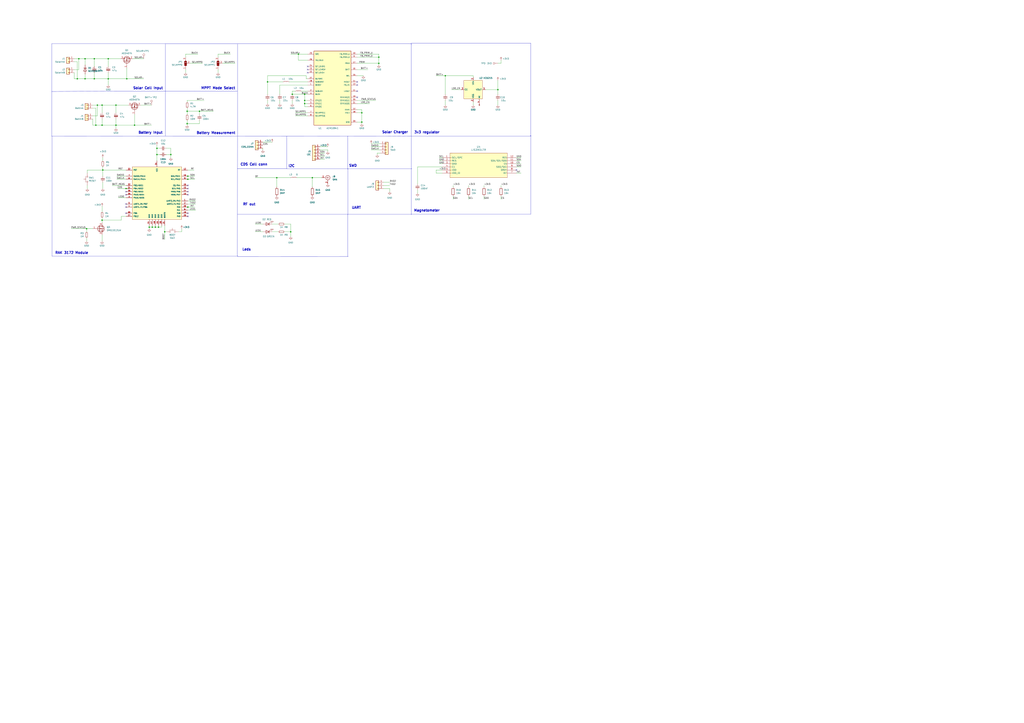
<source format=kicad_sch>
(kicad_sch (version 20231120) (generator "eeschema") (generator_version "8.0")
  (paper "A1")
  (junction (at 238.76 190.5))
  (junction (at 104.14 64.77))
  (junction (at 154.305 144.78))
  (junction (at 250.19 82.55))
  (junction (at 311.15 52.07))
  (junction (at 311.15 46.99))
  (junction (at 127.635 186.69))
  (junction (at 153.67 101.6))
  (junction (at 227.33 146.05))
  (junction (at 88.9 48.26))
  (junction (at 256.54 146.05))
  (junction (at 128.905 121.92))
  (junction (at 135.255 190.5))
  (junction (at 88.9 64.77))
  (junction (at 95.25 102.87))
  (junction (at 408.94 73.66))
  (junction (at 154.305 170.18))
  (junction (at 297.18 92.71))
  (junction (at 63.5 64.77))
  (junction (at 64.77 48.26))
  (junction (at 110.49 102.87))
  (junction (at 71.12 187.96))
  (junction (at 69.85 64.77))
  (junction (at 250.19 85.09))
  (junction (at 84.455 139.7))
  (junction (at 78.74 102.87))
  (junction (at 153.67 91.44))
  (junction (at 219.71 67.31))
  (junction (at 69.85 48.26))
  (junction (at 80.01 86.36))
  (junction (at 297.18 100.33))
  (junction (at 95.25 86.36))
  (junction (at 125.095 186.69))
  (junction (at 240.03 77.47))
  (junction (at 122.555 186.69))
  (junction (at 130.175 186.69))
  (junction (at 83.82 180.975))
  (junction (at 77.47 48.26))
  (junction (at 163.83 91.44))
  (junction (at 140.335 127))
  (junction (at 245.11 44.45))
  (junction (at 250.19 77.47))
  (junction (at 103.505 154.94))
  (junction (at 83.82 102.87))
  (junction (at 154.305 147.32))
  (junction (at 83.82 86.36))
  (junction (at 365.76 62.23))
  (junction (at 128.905 127))
  (junction (at 77.47 64.77))
  (no_connect (at 103.505 157.48))
  (no_connect (at 293.37 74.93))
  (no_connect (at 154.305 154.94))
  (no_connect (at 154.305 152.4))
  (no_connect (at 103.505 175.26))
  (no_connect (at 103.505 160.02))
  (no_connect (at 103.505 170.18))
  (no_connect (at 252.73 59.69))
  (no_connect (at 154.305 157.48))
  (no_connect (at 154.305 175.26))
  (no_connect (at 293.37 80.01))
  (no_connect (at 424.18 139.7))
  (no_connect (at 293.37 67.31))
  (no_connect (at 154.305 160.02))
  (no_connect (at 252.73 57.15))
  (no_connect (at 293.37 69.85))
  (no_connect (at 252.73 54.61))
  (no_connect (at 103.505 167.64))
  (no_connect (at 154.305 177.8))
  (wire (pts (xy 71.755 152.4) (xy 71.755 154.94)))
  (wire (pts (xy 250.19 85.09) (xy 250.19 82.55)))
  (wire (pts (xy 153.67 91.44) (xy 163.83 91.44)))
  (wire (pts (xy 110.49 102.87) (xy 124.46 102.87)))
  (wire (pts (xy 128.905 127) (xy 128.905 132.08)))
  (polyline (pts (xy 194.9704 176.149) (xy 338.0486 176.149)))
  (wire (pts (xy 132.715 186.69) (xy 130.175 186.69)))
  (wire (pts (xy 162.56 44.45) (xy 152.4 44.45)))
  (wire (pts (xy 311.15 44.45) (xy 311.15 46.99)))
  (wire (pts (xy 262.89 120.65) (xy 269.24 120.65)))
  (wire (pts (xy 293.37 44.45) (xy 311.15 44.45)))
  (wire (pts (xy 95.25 102.87) (xy 95.25 105.41)))
  (wire (pts (xy 60.96 48.26) (xy 64.77 48.26)))
  (polyline (pts (xy 42.7228 210.6168) (xy 195.0466 210.6168)))
  (wire (pts (xy 384.81 161.29) (xy 384.81 163.83)))
  (wire (pts (xy 104.14 64.77) (xy 118.11 64.77)))
  (wire (pts (xy 233.68 190.5) (xy 238.76 190.5)))
  (wire (pts (xy 84.455 149.86) (xy 84.455 154.94)))
  (polyline (pts (xy 42.6466 35.7632) (xy 42.6466 112.0394)))
  (wire (pts (xy 71.12 187.96) (xy 76.2 187.96)))
  (wire (pts (xy 76.2 95.25) (xy 80.01 95.25)))
  (wire (pts (xy 115.57 86.36) (xy 124.46 86.36)))
  (wire (pts (xy 88.9 48.26) (xy 88.9 54.61)))
  (wire (pts (xy 229.87 69.85) (xy 229.87 77.47)))
  (wire (pts (xy 76.2 102.87) (xy 78.74 102.87)))
  (wire (pts (xy 71.12 195.58) (xy 71.12 198.12)))
  (wire (pts (xy 365.76 82.55) (xy 365.76 86.36)))
  (wire (pts (xy 125.095 186.69) (xy 122.555 186.69)))
  (wire (pts (xy 92.075 152.4) (xy 103.505 152.4)))
  (wire (pts (xy 363.22 139.7) (xy 358.14 139.7)))
  (wire (pts (xy 411.48 52.07) (xy 411.48 49.53)))
  (wire (pts (xy 163.83 101.6) (xy 153.67 101.6)))
  (wire (pts (xy 83.82 169.545) (xy 83.82 173.99)))
  (wire (pts (xy 252.73 49.53) (xy 245.11 49.53)))
  (polyline (pts (xy 436.0164 35.6362) (xy 436.0164 111.5822)))
  (wire (pts (xy 252.73 64.77) (xy 251.46 64.77)))
  (wire (pts (xy 84.455 139.7) (xy 84.455 144.78)))
  (wire (pts (xy 256.54 146.05) (xy 256.54 153.67)))
  (wire (pts (xy 76.2 86.36) (xy 80.01 86.36)))
  (wire (pts (xy 83.82 102.87) (xy 95.25 102.87)))
  (wire (pts (xy 293.37 100.33) (xy 297.18 100.33)))
  (wire (pts (xy 365.76 62.23) (xy 388.62 62.23)))
  (polyline (pts (xy 42.418 112.014) (xy 317.5 111.76)))
  (wire (pts (xy 372.11 152.4) (xy 372.11 153.67)))
  (wire (pts (xy 238.76 44.45) (xy 245.11 44.45)))
  (wire (pts (xy 153.67 144.78) (xy 154.305 144.78)))
  (wire (pts (xy 424.18 142.24) (xy 427.99 142.24)))
  (wire (pts (xy 71.12 187.96) (xy 71.12 190.5)))
  (wire (pts (xy 136.525 127) (xy 140.335 127)))
  (wire (pts (xy 88.9 64.77) (xy 104.14 64.77)))
  (wire (pts (xy 262.89 125.73) (xy 266.7 125.73)))
  (wire (pts (xy 63.5 50.8) (xy 63.5 64.77)))
  (wire (pts (xy 76.2 88.9) (xy 78.74 88.9)))
  (wire (pts (xy 227.33 146.05) (xy 238.76 146.05)))
  (wire (pts (xy 99.695 177.8) (xy 103.505 177.8)))
  (wire (pts (xy 238.76 190.5) (xy 238.76 194.31)))
  (wire (pts (xy 219.71 67.31) (xy 219.71 77.47)))
  (wire (pts (xy 64.77 57.15) (xy 64.77 48.26)))
  (polyline (pts (xy 338.2264 138.557) (xy 338.2264 138.7602)))
  (polyline (pts (xy 436.0418 111.6584) (xy 436.2196 111.6584)))
  (wire (pts (xy 58.42 187.96) (xy 71.12 187.96)))
  (wire (pts (xy 408.94 82.55) (xy 408.94 86.36)))
  (wire (pts (xy 411.48 152.4) (xy 411.48 153.67)))
  (wire (pts (xy 95.25 97.79) (xy 95.25 102.87)))
  (polyline (pts (xy 135.6614 35.8902) (xy 195.1736 35.8902)))
  (wire (pts (xy 229.87 82.55) (xy 229.87 85.09)))
  (wire (pts (xy 127.635 186.69) (xy 125.095 186.69)))
  (wire (pts (xy 358.14 142.24) (xy 363.22 142.24)))
  (wire (pts (xy 227.33 146.05) (xy 227.33 153.67)))
  (wire (pts (xy 153.67 101.6) (xy 153.67 102.87)))
  (wire (pts (xy 189.23 44.45) (xy 179.07 44.45)))
  (wire (pts (xy 96.52 154.94) (xy 103.505 154.94)))
  (wire (pts (xy 122.555 186.69) (xy 122.555 187.96)))
  (wire (pts (xy 372.11 161.29) (xy 372.11 163.83)))
  (polyline (pts (xy 285.6484 138.7602) (xy 338.2264 138.7602)))
  (polyline (pts (xy 337.8962 35.7886) (xy 337.8962 36.8554)))
  (wire (pts (xy 219.71 62.23) (xy 219.71 67.31)))
  (wire (pts (xy 77.47 64.77) (xy 88.9 64.77)))
  (wire (pts (xy 243.84 146.05) (xy 256.54 146.05)))
  (wire (pts (xy 83.82 180.975) (xy 99.695 180.975)))
  (wire (pts (xy 163.83 99.06) (xy 163.83 101.6)))
  (wire (pts (xy 152.4 57.15) (xy 152.4 59.69)))
  (wire (pts (xy 252.73 85.09) (xy 250.19 85.09)))
  (wire (pts (xy 360.68 134.62) (xy 363.22 134.62)))
  (wire (pts (xy 95.885 144.78) (xy 103.505 144.78)))
  (wire (pts (xy 424.18 132.08) (xy 427.99 132.08)))
  (wire (pts (xy 71.755 142.24) (xy 71.755 139.7)))
  (wire (pts (xy 312.42 125.73) (xy 309.88 125.73)))
  (wire (pts (xy 153.67 91.44) (xy 153.67 88.9)))
  (wire (pts (xy 135.255 185.42) (xy 135.255 190.5)))
  (wire (pts (xy 135.255 190.5) (xy 135.255 196.85)))
  (polyline (pts (xy 285.4452 111.9378) (xy 285.6484 111.9378)))
  (wire (pts (xy 69.85 60.96) (xy 69.85 64.77)))
  (polyline (pts (xy 337.82 36.322) (xy 337.82 111.76)))
  (polyline (pts (xy 195.072 36.322) (xy 195.072 111.76)))
  (polyline (pts (xy 135.89 36.322) (xy 135.89 74.93)))
  (polyline (pts (xy 285.7754 138.684) (xy 285.7754 176.2252)))
  (wire (pts (xy 83.82 86.36) (xy 95.25 86.36)))
  (wire (pts (xy 69.85 64.77) (xy 77.47 64.77)))
  (wire (pts (xy 154.305 170.18) (xy 160.02 170.18)))
  (polyline (pts (xy 436.0418 175.9966) (xy 436.0418 111.6584)))
  (wire (pts (xy 83.82 97.79) (xy 83.82 102.87)))
  (wire (pts (xy 269.24 123.19) (xy 269.24 124.46)))
  (polyline (pts (xy 285.6484 138.7856) (xy 285.6484 138.7602)))
  (wire (pts (xy 297.18 90.17) (xy 297.18 92.71)))
  (wire (pts (xy 309.88 125.73) (xy 309.88 127)))
  (wire (pts (xy 154.305 167.64) (xy 160.655 167.64)))
  (wire (pts (xy 84.455 129.54) (xy 84.455 132.08)))
  (wire (pts (xy 365.76 62.23) (xy 365.76 77.47)))
  (polyline (pts (xy 337.9216 112.014) (xy 436.1434 112.014)))
  (wire (pts (xy 360.68 129.54) (xy 363.22 129.54)))
  (wire (pts (xy 104.14 55.88) (xy 104.14 64.77)))
  (wire (pts (xy 227.33 146.05) (xy 209.55 146.05)))
  (wire (pts (xy 342.9 156.21) (xy 342.9 158.75)))
  (wire (pts (xy 262.89 128.27) (xy 266.7 128.27)))
  (polyline (pts (xy 42.6466 35.7632) (xy 135.7884 35.7632)))
  (wire (pts (xy 109.22 48.26) (xy 118.11 48.26)))
  (polyline (pts (xy 195.199 210.7692) (xy 285.9024 210.7184)))
  (polyline (pts (xy 95.25 74.93) (xy 160.02 74.93)))
  (wire (pts (xy 215.9 116.84) (xy 223.52 116.84)))
  (wire (pts (xy 83.82 180.975) (xy 83.82 182.88)))
  (wire (pts (xy 154.305 147.32) (xy 160.02 147.32)))
  (wire (pts (xy 238.76 184.15) (xy 238.76 190.5)))
  (polyline (pts (xy 235.5596 111.8616) (xy 235.5596 138.7094)))
  (wire (pts (xy 223.52 184.15) (xy 228.6 184.15)))
  (wire (pts (xy 215.9 121.92) (xy 215.9 123.19)))
  (wire (pts (xy 84.455 139.7) (xy 103.505 139.7)))
  (wire (pts (xy 293.37 82.55) (xy 308.61 82.55)))
  (wire (pts (xy 297.18 92.71) (xy 297.18 100.33)))
  (wire (pts (xy 77.47 59.69) (xy 77.47 64.77)))
  (wire (pts (xy 154.305 139.7) (xy 159.385 139.7)))
  (wire (pts (xy 153.67 99.06) (xy 153.67 101.6)))
  (wire (pts (xy 424.18 137.16) (xy 427.99 137.16)))
  (wire (pts (xy 388.62 83.82) (xy 388.62 86.36)))
  (wire (pts (xy 77.47 48.26) (xy 77.47 54.61)))
  (wire (pts (xy 311.15 46.99) (xy 311.15 52.07)))
  (wire (pts (xy 304.8 120.65) (xy 312.42 120.65)))
  (wire (pts (xy 242.57 74.93) (xy 240.03 74.93)))
  (polyline (pts (xy 160.02 74.93) (xy 194.945 74.93)))
  (polyline (pts (xy 285.6484 138.5824) (xy 285.6484 111.9378)))
  (polyline (pts (xy 235.5342 138.7602) (xy 285.75 138.7602)))
  (wire (pts (xy 78.74 88.9) (xy 78.74 102.87)))
  (wire (pts (xy 250.19 87.63) (xy 250.19 85.09)))
  (wire (pts (xy 130.175 186.69) (xy 127.635 186.69)))
  (wire (pts (xy 135.255 190.5) (xy 136.525 190.5)))
  (wire (pts (xy 80.01 95.25) (xy 80.01 86.36)))
  (wire (pts (xy 103.505 154.94) (xy 106.68 154.94)))
  (polyline (pts (xy 195.199 210.1342) (xy 195.199 210.7692)))
  (wire (pts (xy 245.11 44.45) (xy 245.11 49.53)))
  (wire (pts (xy 250.19 77.47) (xy 252.73 77.47)))
  (wire (pts (xy 103.505 162.56) (xy 97.155 162.56)))
  (wire (pts (xy 83.82 86.36) (xy 83.82 92.71)))
  (wire (pts (xy 95.25 102.87) (xy 110.49 102.87)))
  (wire (pts (xy 397.51 152.4) (xy 397.51 153.67)))
  (wire (pts (xy 140.335 121.92) (xy 140.335 127)))
  (wire (pts (xy 233.68 184.15) (xy 238.76 184.15)))
  (wire (pts (xy 95.25 86.36) (xy 95.25 92.71)))
  (wire (pts (xy 128.905 127) (xy 131.445 127)))
  (wire (pts (xy 179.07 44.45) (xy 179.07 46.99)))
  (polyline (pts (xy 337.4898 35.6362) (xy 436.0164 35.6362)))
  (wire (pts (xy 88.9 64.77) (xy 88.9 69.85)))
  (wire (pts (xy 398.78 73.66) (xy 408.94 73.66)))
  (wire (pts (xy 78.74 102.87) (xy 83.82 102.87)))
  (wire (pts (xy 293.37 62.23) (xy 298.45 62.23)))
  (wire (pts (xy 140.335 127) (xy 140.335 129.54)))
  (wire (pts (xy 252.73 82.55) (xy 250.19 82.55)))
  (wire (pts (xy 314.96 149.86) (xy 320.04 149.86)))
  (wire (pts (xy 69.85 48.26) (xy 77.47 48.26)))
  (polyline (pts (xy 195.072 112.014) (xy 194.9958 210.566)))
  (wire (pts (xy 209.55 184.15) (xy 215.9 184.15)))
  (polyline (pts (xy 285.6484 138.7856) (xy 285.6484 138.5824)))
  (wire (pts (xy 153.67 170.18) (xy 154.305 170.18)))
  (wire (pts (xy 153.67 147.32) (xy 154.305 147.32)))
  (wire (pts (xy 127.635 185.42) (xy 127.635 186.69)))
  (wire (pts (xy 342.9 137.16) (xy 342.9 151.13)))
  (wire (pts (xy 264.16 146.05) (xy 256.54 146.05)))
  (wire (pts (xy 128.905 121.92) (xy 131.445 121.92)))
  (polyline (pts (xy 194.8942 138.7094) (xy 235.5596 138.7094)))
  (wire (pts (xy 63.5 64.77) (xy 69.85 64.77)))
  (wire (pts (xy 312.42 118.11) (xy 304.8 118.11)))
  (wire (pts (xy 95.25 86.36) (xy 105.41 86.36)))
  (polyline (pts (xy 195.1228 35.7886) (xy 337.8962 35.7886)))
  (wire (pts (xy 60.96 57.15) (xy 64.77 57.15)))
  (wire (pts (xy 293.37 90.17) (xy 297.18 90.17)))
  (wire (pts (xy 154.305 144.78) (xy 160.02 144.78)))
  (wire (pts (xy 424.18 129.54) (xy 427.99 129.54)))
  (wire (pts (xy 130.175 185.42) (xy 130.175 186.69)))
  (wire (pts (xy 247.65 74.93) (xy 252.73 74.93)))
  (wire (pts (xy 99.695 180.975) (xy 99.695 177.8)))
  (wire (pts (xy 64.77 48.26) (xy 69.85 48.26)))
  (wire (pts (xy 88.9 59.69) (xy 88.9 64.77)))
  (wire (pts (xy 237.49 67.31) (xy 252.73 67.31)))
  (wire (pts (xy 77.47 48.26) (xy 88.9 48.26)))
  (wire (pts (xy 122.555 185.42) (xy 122.555 186.69)))
  (wire (pts (xy 153.67 82.55) (xy 153.67 83.82)))
  (wire (pts (xy 149.225 187.96) (xy 149.225 190.5)))
  (wire (pts (xy 250.19 77.47) (xy 250.19 82.55)))
  (polyline (pts (xy 285.6992 210.7184) (xy 285.9024 210.7184)))
  (wire (pts (xy 411.48 161.29) (xy 411.48 163.83)))
  (wire (pts (xy 262.89 130.81) (xy 266.7 130.81)))
  (wire (pts (xy 156.21 52.07) (xy 166.37 52.07)))
  (polyline (pts (xy 337.8962 176.1998) (xy 337.693 176.1998)))
  (wire (pts (xy 242.57 95.25) (xy 252.73 95.25)))
  (wire (pts (xy 240.03 82.55) (xy 240.03 85.09)))
  (wire (pts (xy 95.885 147.32) (xy 103.505 147.32)))
  (wire (pts (xy 245.11 44.45) (xy 252.73 44.45)))
  (wire (pts (xy 252.73 87.63) (xy 250.19 87.63)))
  (polyline (pts (xy 135.89 111.76) (xy 135.89 74.93)))
  (polyline (pts (xy 317.5 111.76) (xy 337.9552 111.9014)))
  (wire (pts (xy 219.71 67.31) (xy 232.41 67.31)))
  (wire (pts (xy 110.49 93.98) (xy 110.49 102.87)))
  (wire (pts (xy 179.07 57.15) (xy 179.07 59.69)))
  (wire (pts (xy 397.51 161.29) (xy 397.51 163.83)))
  (polyline (pts (xy 285.75 138.7602) (xy 285.75 138.9634)))
  (polyline (pts (xy 337.8962 111.9378) (xy 337.8962 176.1998)))
  (wire (pts (xy 240.03 77.47) (xy 250.19 77.47)))
  (wire (pts (xy 154.305 165.1) (xy 160.655 165.1)))
  (wire (pts (xy 60.96 50.8) (xy 63.5 50.8)))
  (wire (pts (xy 293.37 57.15) (xy 302.26 57.15)))
  (wire (pts (xy 60.96 64.77) (xy 63.5 64.77)))
  (polyline (pts (xy 435.4068 111.5822) (xy 436.0164 111.5822)))
  (polyline (pts (xy 42.418 75.184) (xy 95.25 74.93)))
  (wire (pts (xy 76.2 97.79) (xy 76.2 102.87)))
  (wire (pts (xy 408.94 73.66) (xy 408.94 77.47)))
  (wire (pts (xy 297.18 100.33) (xy 297.18 101.6)))
  (wire (pts (xy 132.715 185.42) (xy 132.715 186.69)))
  (wire (pts (xy 311.15 52.07) (xy 311.15 53.34)))
  (wire (pts (xy 360.68 132.08) (xy 363.22 132.08)))
  (wire (pts (xy 80.01 86.36) (xy 83.82 86.36)))
  (wire (pts (xy 384.81 152.4) (xy 384.81 153.67)))
  (wire (pts (xy 153.67 82.55) (xy 167.64 82.55)))
  (wire (pts (xy 223.52 190.5) (xy 228.6 190.5)))
  (wire (pts (xy 83.82 179.07) (xy 83.82 180.975)))
  (wire (pts (xy 358.14 139.7) (xy 358.14 142.24)))
  (wire (pts (xy 251.46 64.77) (xy 251.46 62.23)))
  (wire (pts (xy 219.71 82.55) (xy 219.71 85.09)))
  (polyline (pts (xy 42.7228 210.6168) (xy 42.7228 111.9886)))
  (wire (pts (xy 160.655 172.72) (xy 154.305 172.72)))
  (polyline (pts (xy 337.9216 176.1236) (xy 435.991 176.1236)))
  (wire (pts (xy 314.96 154.94) (xy 320.04 154.94)))
  (wire (pts (xy 358.14 62.23) (xy 365.76 62.23)))
  (wire (pts (xy 314.96 152.4) (xy 320.04 152.4)))
  (wire (pts (xy 240.03 74.93) (xy 240.03 77.47)))
  (wire (pts (xy 408.94 66.04) (xy 408.94 73.66)))
  (wire (pts (xy 342.9 137.16) (xy 363.22 137.16)))
  (polyline (pts (xy 285.7754 176.2252) (xy 285.6484 176.2252)))
  (wire (pts (xy 293.37 92.71) (xy 297.18 92.71)))
  (wire (pts (xy 388.62 62.23) (xy 388.62 63.5)))
  (wire (pts (xy 293.37 46.99) (xy 311.15 46.99)))
  (wire (pts (xy 125.095 185.42) (xy 125.095 186.69)))
  (wire (pts (xy 182.88 52.07) (xy 193.04 52.07)))
  (wire (pts (xy 219.71 62.23) (xy 251.46 62.23)))
  (wire (pts (xy 252.73 69.85) (xy 229.87 69.85)))
  (wire (pts (xy 69.85 48.26) (xy 69.85 53.34)))
  (polyline (pts (xy 285.6992 176.149) (xy 285.6992 210.7184)))
  (wire (pts (xy 71.755 139.7) (xy 84.455 139.7)))
  (wire (pts (xy 128.905 119.38) (xy 128.905 121.92)))
  (wire (pts (xy 152.4 44.45) (xy 152.4 46.99)))
  (wire (pts (xy 163.83 91.44) (xy 163.83 93.98)))
  (wire (pts (xy 60.96 59.69) (xy 60.96 64.77)))
  (wire (pts (xy 262.89 123.19) (xy 269.24 123.19)))
  (wire (pts (xy 370.84 73.66) (xy 378.46 73.66)))
  (wire (pts (xy 88.9 48.26) (xy 99.06 48.26)))
  (wire (pts (xy 304.8 123.19) (xy 312.42 123.19)))
  (wire (pts (xy 293.37 85.09) (xy 303.53 85.09)))
  (wire (pts (xy 242.57 92.71) (xy 252.73 92.71)))
  (wire (pts (xy 293.37 52.07) (xy 311.15 52.07)))
  (wire (pts (xy 83.82 193.04) (xy 83.82 198.12)))
  (wire (pts (xy 84.455 139.7) (xy 84.455 137.16)))
  (wire (pts (xy 153.67 91.44) (xy 153.67 93.98)))
  (wire (pts (xy 209.55 190.5) (xy 215.9 190.5)))
  (wire (pts (xy 424.18 134.62) (xy 427.99 134.62)))
  (wire (pts (xy 163.83 91.44) (xy 175.26 91.44)))
  (wire (pts (xy 149.225 190.5) (xy 146.685 190.5)))
  (wire (pts (xy 128.905 121.92) (xy 128.905 127)))
  (wire (pts (xy 408.94 52.07) (xy 411.48 52.07)))
  (wire (pts (xy 136.525 121.92) (xy 140.335 121.92)))
  (wire (pts (xy 320.04 154.94) (xy 320.04 157.48)))
  (text "3v3 regulator" (at 340.106 109.982 0) (effects (font (size 2 2) (thickness 0.4) (bold yes)) (justify left bottom)))
  (text "Battery Measurement" (at 161.29 110.49 0) (effects (font (size 2 2) (thickness 0.4) (bold yes)) (justify left bottom)))
  (text "Magnetometer\n" (at 339.852 174.244 0) (effects (font (size 2 2) (thickness 0.4) (bold yes)) (justify left bottom)))
  (text "SWD" (at 286.512 137.414 0) (effects (font (size 2 2) (thickness 0.4) (bold yes)) (justify left bottom)))
  (text "Leds" (at 198.882 206.248 0) (effects (font (size 2 2) (thickness 0.4) (bold yes)) (justify left bottom)))
  (text "UART" (at 288.798 171.958 0) (effects (font (size 2 2) (thickness 0.4) (bold yes)) (justify left bottom)))
  (text "Solar Cell Input" (at 109.22 73.66 0) (effects (font (size 2 2) (thickness 0.4) (bold yes)) (justify left bottom)))
  (text "CDS Cell conn\n" (at 197.358 136.398 0) (effects (font (size 2 2) (thickness 0.4) (bold yes)) (justify left bottom)))
  (text "Battery Input\n" (at 113.538 110.236 0) (effects (font (size 2 2) (thickness 0.4) (bold yes)) (justify left bottom)))
  (text "I2C" (at 236.728 137.668 0) (effects (font (size 2 2) (thickness 0.4) (bold yes)) (justify left bottom)))
  (text "Solar Charger" (at 313.69 109.855 0) (effects (font (size 2 2) (thickness 0.4) (bold yes)) (justify left bottom)))
  (text "MPPT Mode Select" (at 165.1 73.66 0) (effects (font (size 2 2) (thickness 0.4) (bold yes)) (justify left bottom)))
  (text "RF out\n" (at 199.39 169.164 0) (effects (font (size 2 2) (thickness 0.4) (bold yes)) (justify left bottom)))
  (text "RAK 3172 Module" (at 45.212 209.042 0) (effects (font (size 2 2) (thickness 0.4) (bold yes)) (justify left bottom)))
  (label "SWCLK" (at 304.8 123.19 0))
  (label "BATT+" (at 124.46 86.36 180))
  (label "BATT+" (at 358.14 62.23 0))
  (label "RST" (at 97.155 139.7 0))
  (label "+3V3" (at 397.51 152.4 0))
  (label "FB_PRIM_D" (at 306.07 46.99 180))
  (label "SOLAR+" (at 238.76 44.45 0))
  (label "FB_PRIM_U" (at 306.07 44.45 180))
  (label "LED1" (at 160.655 172.72 180))
  (label "+3V3" (at 372.11 152.4 0))
  (label "LED0" (at 97.155 162.56 0))
  (label "+3V3" (at 384.81 152.4 0))
  (label "+3V3" (at 411.48 152.4 0))
  (label "SDA" (at 262.89 125.73 0))
  (label "GND" (at 424.18 129.54 0))
  (label "SCL" (at 156.21 147.32 0))
  (label "SDO" (at 424.18 137.16 0))
  (label "SOLAR+" (at 118.11 48.26 180))
  (label "CS" (at 411.48 163.83 0))
  (label "SWCLK" (at 95.885 147.32 0))
  (label "INT" (at 156.21 170.18 0))
  (label "BUCK" (at 247.65 77.47 0))
  (label "SELMPP1" (at 242.57 92.71 0))
  (label "CS" (at 424.18 134.62 0))
  (label "PRIM" (at 299.72 52.07 180))
  (label "TXD2" (at 320.04 152.4 0))
  (label "LDO_EN" (at 370.84 73.66 0))
  (label "+3V3" (at 360.68 139.7 0))
  (label "BOOT" (at 135.255 196.85 90))
  (label "TXD2" (at 160.655 167.64 180))
  (label "BATT_MEAS" (at 92.075 152.4 0))
  (label "SOLAR-" (at 118.11 64.77 180))
  (label "SELMPP0" (at 242.57 95.25 0))
  (label "SDA" (at 424.18 132.08 0))
  (label "LED1" (at 209.55 190.5 0))
  (label "LED0" (at 209.55 184.15 0))
  (label "BATT+" (at 167.64 82.55 180))
  (label "CDS" (at 215.9 119.38 0))
  (label "BATT_MEAS" (at 175.26 91.44 180))
  (label "SWDIO" (at 304.8 120.65 0))
  (label "RF" (at 209.55 146.05 0))
  (label "BUCK" (at 162.56 44.45 180))
  (label "RF" (at 159.385 139.7 180))
  (label "SDA" (at 156.21 144.78 0))
  (label "PWR_STATUS" (at 58.42 187.96 0))
  (label "GND" (at 360.68 134.62 0))
  (label "BATT+" (at 302.26 57.15 180))
  (label "GND" (at 360.68 132.08 0))
  (label "PWR_STATUS" (at 308.61 82.55 180))
  (label "SCL" (at 360.68 129.54 0))
  (label "SELMPP1" (at 193.04 52.07 180))
  (label "SDA" (at 372.11 163.83 0))
  (label "RXD2" (at 320.04 149.86 0))
  (label "SDO" (at 397.51 163.83 0))
  (label "SCL" (at 262.89 128.27 0))
  (label "SELMPP0" (at 166.37 52.07 180))
  (label "INT" (at 262.89 130.81 0))
  (label "LDO_EN" (at 303.53 85.09 180))
  (label "BATT-" (at 124.46 102.87 180))
  (label "CDS" (at 96.52 154.94 0))
  (label "RXD2" (at 160.655 165.1 180))
  (label "SWDIO" (at 95.885 144.78 0))
  (label "INT" (at 424.18 142.24 0))
  (label "BUCK" (at 189.23 44.45 180))
  (label "SCL" (at 384.81 163.83 0))
  (symbol (lib_id "power:+3V3") (at 128.905 119.38 0) (mirror y) (unit 1)
    (property "Reference" "#PWR024" (effects (hide yes)))
    (property "Value" "+3V3" (at 122.555 118.11 0) (effects (justify right)))
  )
  (symbol (lib_id "power:GND") (at 219.71 85.09 0) (unit 1)
    (property "Reference" "#PWR06" (effects (hide yes)))
    (property "Value" "GND" (at 219.71 88.9 0))
  )
  (symbol (lib_id "Device:Q_NMOS_GSD") (at 81.28 187.96 0) (unit 1)
    (property "Reference" "Q3" (at 87.63 186.6899 0) (effects (justify left)))
    (property "Value" "DMG1012UW" (at 87.63 189.2299 0) (effects (justify left)))
    (property "Footprint" "Package_TO_SOT_SMD:SOT-323_SC-70" (effects (hide yes)))
    (property "Datasheet" "https://datasheet.lcsc.com/lcsc/2305221606_TECH-PUBLIC-DMG1012UW_C2940609.pdf" (effects (hide yes)))
    (property "Manufacturer" "TECH PUBLIC" (effects (hide yes)))
    (property "Part Number" "DMG1012UW" (effects (hide yes)))
  )
  (symbol (lib_id "Device:C_Polarized_Small") (at 83.82 95.25 0) (unit 1)
    (property "Reference" "C2" (at 86.995 93.4339 0) (effects (justify left)))
    (property "Value" "47u" (at 86.995 95.9739 0) (effects (justify left)))
    (property "Footprint" "Capacitor_Tantalum_SMD:CP_EIA-3528-15_AVX-H_Pad1.50x2.35mm_HandSolder" (effects (hide yes)))
    (property "Datasheet" "https://datasheets.kyocera-avx.com/TPS.pdf" (effects (hide yes)))
    (property "Manufacturer" "KYOCERA AVX" (effects (hide yes)))
    (property "Part Number" "TPSB476K010R0350" (effects (hide yes)))
  )
  (symbol (lib_id "power:GND") (at 122.555 187.96 0) (unit 1)
    (property "Reference" "#PWR023" (effects (hide yes)))
    (property "Value" "GND" (at 122.555 193.04 0))
  )
  (symbol (lib_id "Device:R_Small") (at 231.14 184.15 270) (mirror x) (unit 1)
    (property "Reference" "R8" (at 234.95 186.69 90))
    (property "Value" "1K" (at 231.14 186.69 90))
    (property "Footprint" "Resistor_SMD:R_0603_1608Metric_Pad0.98x0.95mm_HandSolder" (effects (hide yes)))
    (property "Part Description" "Resistor 1K 5% 100mW" (effects (hide yes)))
  )
  (symbol (lib_id "Device:Q_PMOS_GSD") (at 110.49 88.9 90) (unit 1)
    (property "Reference" "Q2" (at 110.49 79.375 90))
    (property "Value" "AO3407A" (at 110.49 81.915 90))
    (property "Footprint" "Package_TO_SOT_SMD:SOT-23" (effects (hide yes)))
    (property "Datasheet" "https://datasheet.lcsc.com/lcsc/1810231523_Alpha---Omega-Semicon-AO3407A_C15155.pdf" (effects (hide yes)))
    (property "Manufacturer" "Alpha & Omega Semicon" (effects (hide yes)))
    (property "Part Number" "AO3407A" (effects (hide yes)))
  )
  (symbol (lib_id "Device:LED") (at 219.71 190.5 180) (unit 1)
    (property "Reference" "D3" (at 217.17 194.31 0))
    (property "Value" "GREEN" (at 222.25 194.31 0))
    (property "Footprint" "LED_SMD:LED_0603_1608Metric_Pad1.05x0.95mm_HandSolder" (effects (hide yes)))
    (property "Part Description" "Green 2V 20mA" (effects (hide yes)))
  )
  (symbol (lib_id "Device:Q_PMOS_GSD") (at 104.14 50.8 90) (unit 1)
    (property "Reference" "Q1" (at 104.14 41.275 90))
    (property "Value" "AO3407A" (at 104.14 43.815 90))
    (property "Footprint" "Package_TO_SOT_SMD:SOT-23" (effects (hide yes)))
    (property "Datasheet" "https://datasheet.lcsc.com/lcsc/1810231523_Alpha---Omega-Semicon-AO3407A_C15155.pdf" (effects (hide yes)))
    (property "Manufacturer" "Alpha & Omega Semicon" (effects (hide yes)))
    (property "Part Number" "AO3407A" (effects (hide yes)))
  )
  (symbol (lib_id "power:GND") (at 408.94 86.36 0) (unit 1)
    (property "Reference" "#PWR015" (effects (hide yes)))
    (property "Value" "GND" (at 408.94 90.17 0))
  )
  (symbol (lib_id "Device:C_Small") (at 229.87 80.01 0) (unit 1)
    (property "Reference" "C7" (at 234.95 80.01 0) (effects (justify right)))
    (property "Value" "22u" (at 236.22 82.55 0) (effects (justify right)))
    (property "Footprint" "Capacitor_SMD:C_0603_1608Metric_Pad1.08x0.95mm_HandSolder" (effects (hide yes)))
    (property "Part Description" "Ceramic Capacitor 22uF 20% 10V X5R" (effects (hide yes)))
  )
  (symbol (lib_id "Connector_Generic:Conn_01x02") (at 55.88 57.15 0) (mirror y) (unit 1)
    (property "Reference" "J2" (at 53.34 57.1499 0) (effects (justify left)))
    (property "Value" "SolarInB" (at 53.34 59.6899 0) (effects (justify left)))
    (property "Footprint" "TerminalBlock_Phoenix:TerminalBlock_Phoenix_MPT-0,5-2-2.54_1x02_P2.54mm_Horizontal" (effects (hide yes)))
    (property "Description" "Generic connector, single row, 01x02, script generated (kicad-library-utils/schlib/autogen/connector/)" (effects (hide yes)))
  )
  (symbol (lib_id "Connector:TestPoint") (at 118.11 48.26 0) (unit 1)
    (property "Reference" "TP1" (at 120.65 41.91 0))
    (property "Value" "SOLAR+" (at 115.57 41.91 0))
    (property "Footprint" "TestPoint:TestPoint_Pad_D1.0mm" (effects (hide yes)))
  )
  (symbol (lib_id "power:GND") (at 342.9 158.75 0) (unit 1)
    (property "Reference" "#PWR038" (effects (hide yes)))
    (property "Value" "GND" (at 342.9 163.83 0))
    (property "Description" "Power symbol creates a global label with name \"GND\" , ground" (effects (hide yes)))
  )
  (symbol (lib_id "Device:LED") (at 219.71 184.15 180) (unit 1)
    (property "Reference" "D2" (at 216.8525 180.34 0))
    (property "Value" "RED" (at 220.98 180.34 0))
    (property "Footprint" "LED_SMD:LED_0603_1608Metric_Pad1.05x0.95mm_HandSolder" (effects (hide yes)))
    (property "Part Description" "Red 2V 20mA" (effects (hide yes)))
  )
  (symbol (lib_id "power:GND") (at 83.82 198.12 0) (unit 1)
    (property "Reference" "#PWR020" (effects (hide yes)))
    (property "Value" "GND" (at 83.82 201.93 0))
  )
  (symbol (lib_id "power:+3V3") (at 304.8 118.11 0) (unit 1)
    (property "Reference" "#PWR030" (effects (hide yes)))
    (property "Value" "+3V3" (at 311.15 116.84 0) (effects (justify right)))
  )
  (symbol (lib_id "Connector_Generic:Conn_01x02") (at 71.12 86.36 0) (mirror y) (unit 1)
    (property "Reference" "J3" (at 68.58 86.3599 0) (effects (justify left)))
    (property "Value" "BattInA" (at 68.58 88.8999 0) (effects (justify left)))
    (property "Footprint" "Connector_PinHeader_2.54mm:PinHeader_1x02_P2.54mm_Vertical" (effects (hide yes)))
    (property "Description" "Generic connector, single row, 01x02, script generated (kicad-library-utils/schlib/autogen/connector/)" (effects (hide yes)))
  )
  (symbol (lib_id "power:GND") (at 238.76 194.31 0) (unit 1)
    (property "Reference" "#PWR033" (effects (hide yes)))
    (property "Value" "GND" (at 238.76 199.39 0))
  )
  (symbol (lib_id "Device:R_Small") (at 153.67 96.52 0) (unit 1)
    (property "Reference" "R2" (at 156.21 95.2499 0) (effects (justify left)))
    (property "Value" "10M" (at 156.21 97.7899 0) (effects (justify left)))
    (property "Footprint" "Resistor_SMD:R_0603_1608Metric_Pad0.98x0.95mm_HandSolder" (effects (hide yes)))
    (property "Part Description" "Resistor 10M 1% 100mW" (effects (hide yes)))
  )
  (symbol (lib_id "bwlr1e:XC6220") (at 388.62 66.04 0) (unit 1)
    (property "Reference" "U2" (at 394.97 64.135 0))
    (property "Value" "XC6215" (at 400.685 64.135 0))
    (property "Footprint" "Package_TO_SOT_SMD:SOT-23-5" (effects (hide yes)))
    (property "Datasheet" "https://product.torexsemi.com/system/files/series/xc6215.pdf" (effects (hide yes)))
    (property "Manufacturer" "Torex Semicon" (effects (hide yes)))
    (property "Part Number" "XC6215B332MR-G" (effects (hide yes)))
  )
  (symbol (lib_id "power:GND") (at 152.4 59.69 0) (unit 1)
    (property "Reference" "#PWR03" (effects (hide yes)))
    (property "Value" "GND" (at 152.4 63.5 0))
  )
  (symbol (lib_id "Device:C_Small") (at 133.985 121.92 270) (unit 1)
    (property "Reference" "C12" (at 133.9786 115.57 90))
    (property "Value" "10u" (at 133.9786 118.11 90))
    (property "Footprint" "Capacitor_SMD:C_0603_1608Metric_Pad1.08x0.95mm_HandSolder" (effects (hide yes)))
    (property "Part Description" "Ceramic Capacitor 10uF 10% 10V X5R" (effects (hide yes)))
  )
  (symbol (lib_id "Switch:SW_Push") (at 71.755 147.32 90) (unit 1)
    (property "Reference" "SW1" (at 73.025 146.0499 90) (effects (justify right)))
    (property "Value" "RESET" (at 73.025 148.5899 90) (effects (justify right)))
    (property "Footprint" "Button_Switch_SMD:SW_SPST_TL3342" (effects (hide yes)))
    (property "Datasheet" "https://datasheet.lcsc.com/lcsc/2109061530_E-Switch-TL3342F160QG_C2886898.pdf" (effects (hide yes)))
    (property "Manufacturer" "E-Switch" (effects (hide yes)))
    (property "Part Number" "TL3342F160QG" (effects (hide yes)))
  )
  (symbol (lib_id "power:GND") (at 71.12 198.12 0) (unit 1)
    (property "Reference" "#PWR017" (effects (hide yes)))
    (property "Value" "GND" (at 71.12 201.93 0))
  )
  (symbol (lib_id "Device:R") (at 397.51 157.48 0) (unit 1)
    (property "Reference" "R12" (at 400.05 156.2099 0) (effects (justify left)))
    (property "Value" "10k" (at 400.05 158.7499 0) (effects (justify left)))
    (property "Footprint" "Resistor_SMD:R_0603_1608Metric" (effects (hide yes)))
    (property "Description" "Resistor" (effects (hide yes)))
  )
  (symbol (lib_id "power:GND") (at 215.9 123.19 0) (mirror y) (unit 1)
    (property "Reference" "#PWR037" (effects (hide yes)))
    (property "Value" "GND" (at 215.9 128.27 0))
  )
  (symbol (lib_id "power:+3V3") (at 411.48 49.53 0) (mirror y) (unit 1)
    (property "Reference" "#PWR016" (effects (hide yes)))
    (property "Value" "+3V3" (at 412.75 48.26 0) (effects (justify right)))
  )
  (symbol (lib_id "power:+3V3") (at 269.24 120.65 0) (mirror y) (unit 1)
    (property "Reference" "#PWR034" (effects (hide yes)))
    (property "Value" "+3V3" (at 262.89 119.38 0) (effects (justify right)))
  )
  (symbol (lib_id "Device:C_Small") (at 133.985 127 270) (unit 1)
    (property "Reference" "C13" (at 133.985 133.35 90))
    (property "Value" "100n" (at 133.985 130.81 90))
    (property "Footprint" "Capacitor_SMD:C_0603_1608Metric_Pad1.08x0.95mm_HandSolder" (effects (hide yes)))
    (property "Part Description" "Ceramic Capacitor 100nF 10% 10V X7R" (effects (hide yes)))
  )
  (symbol (lib_id "power:GND") (at 95.25 105.41 0) (unit 1)
    (property "Reference" "#PWR02" (effects (hide yes)))
    (property "Value" "GND" (at 95.25 109.22 0))
  )
  (symbol (lib_id "Device:L_Small") (at 241.3 146.05 90) (unit 1)
    (property "Reference" "L3" (at 238.76 143.51 90))
    (property "Value" "0" (at 243.84 143.51 90))
    (property "Footprint" "Inductor_SMD:L_0603_1608Metric_Pad1.05x0.95mm_HandSolder" (effects (hide yes)))
    (property "Part Description" "Power Inductor 10uH 20% 90mA" (effects (hide yes)))
  )
  (symbol (lib_id "power:+3V3") (at 223.52 116.84 0) (mirror y) (unit 1)
    (property "Reference" "#PWR036" (effects (hide yes)))
    (property "Value" "+3V3" (at 217.17 115.57 0) (effects (justify right)))
  )
  (symbol (lib_id "bwlr1e:RAK3172") (at 128.905 158.75 0) (unit 1)
    (property "Reference" "U3" (effects (hide yes)))
    (property "Value" "RAK3172-T" (effects (hide yes)))
    (property "Footprint" "RAK:RAK3172" (effects (hide yes)))
    (property "Datasheet" "https://docs.rakwireless.com/Product-Categories/WisDuo/RAK3172-Module/Overview/" (effects (hide yes)))
    (property "Manufacturer" "RAKwireless" (effects (hide yes)))
    (property "Part Number" "309054" (effects (hide yes)))
    (property "Part Description" "RAK3172-T Module with TCXO, without IPEX, Frequency 915MHz, Band AS923 " (effects (hide yes)))
  )
  (symbol (lib_id "power:GND") (at 298.45 62.23 0) (unit 1)
    (property "Reference" "#PWR010" (effects (hide yes)))
    (property "Value" "GND" (at 298.45 66.04 0))
  )
  (symbol (lib_id "Device:R_Small") (at 153.67 86.36 0) (unit 1)
    (property "Reference" "R1" (at 156.21 85.0899 0) (effects (justify left)))
    (property "Value" "4.7M" (at 156.21 87.6299 0) (effects (justify left)))
    (property "Footprint" "Resistor_SMD:R_0603_1608Metric_Pad0.98x0.95mm_HandSolder" (effects (hide yes)))
    (property "Part Description" "Resistor 4.7M 1% 100mW" (effects (hide yes)))
  )
  (symbol (lib_id "power:GND") (at 240.03 85.09 0) (unit 1)
    (property "Reference" "#PWR08" (effects (hide yes)))
    (property "Value" "GND" (at 240.03 88.9 0))
  )
  (symbol (lib_id "Device:R_Small") (at 231.14 190.5 270) (mirror x) (unit 1)
    (property "Reference" "R9" (at 234.95 193.04 90))
    (property "Value" "1K" (at 231.14 193.04 90))
    (property "Footprint" "Resistor_SMD:R_0603_1608Metric_Pad0.98x0.95mm_HandSolder" (effects (hide yes)))
    (property "Part Description" "Resistor 1K 5% 100mW" (effects (hide yes)))
  )
  (symbol (lib_id "Device:R") (at 256.54 157.48 0) (unit 1)
    (property "Reference" "R15" (at 259.08 156.2099 0) (effects (justify left)))
    (property "Value" "DNP" (at 259.08 158.7499 0) (effects (justify left)))
    (property "Footprint" "Resistor_SMD:R_0603_1608Metric" (effects (hide yes)))
    (property "Description" "Resistor" (effects (hide yes)))
  )
  (symbol (lib_id "power:GND") (at 388.62 86.36 0) (unit 1)
    (property "Reference" "#PWR013" (effects (hide yes)))
    (property "Value" "GND" (at 388.62 90.17 0))
  )
  (symbol (lib_id "Device:C_Polarized_Small") (at 88.9 57.15 0) (unit 1)
    (property "Reference" "C3" (at 92.075 55.3339 0) (effects (justify left)))
    (property "Value" "47u" (at 92.075 57.8739 0) (effects (justify left)))
    (property "Footprint" "Capacitor_Tantalum_SMD:CP_EIA-3528-15_AVX-H_Pad1.50x2.35mm_HandSolder" (effects (hide yes)))
    (property "Datasheet" "https://datasheets.kyocera-avx.com/TPS.pdf" (effects (hide yes)))
    (property "Manufacturer" "KYOCERA AVX" (effects (hide yes)))
    (property "Part Number" "TPSB476K010R0350" (effects (hide yes)))
  )
  (symbol (lib_id "Connector:Conn_Coaxial") (at 269.24 146.05 0) (unit 1)
    (property "Reference" "J8" (at 273.05 145.0731 0) (effects (justify left)))
    (property "Value" "SMA" (at 273.05 147.6131 0) (effects (justify left)))
    (property "Footprint" "Connector_Coaxial:SMA_Amphenol_132134-14_Vertical" (effects (hide yes)))
    (property "Description" "coaxial connector (BNC, SMA, SMB, SMC, Cinch/RCA, LEMO, ...)" (effects (hide yes)))
  )
  (symbol (lib_id "Device:L_Small") (at 234.95 67.31 90) (unit 1)
    (property "Reference" "L1" (at 233.045 64.77 90))
    (property "Value" "10u" (at 238.76 64.77 90))
    (property "Footprint" "Library:IND_LPS4012-103MRB" (effects (hide yes)))
    (property "Part Description" "Power Inductor 10uH 20% 1.1A" (effects (hide yes)))
  )
  (symbol (lib_id "power:GND") (at 269.24 124.46 0) (mirror y) (unit 1)
    (property "Reference" "#PWR035" (effects (hide yes)))
    (property "Value" "GND" (at 269.24 129.54 0))
  )
  (symbol (lib_id "Device:R_Small") (at 83.82 176.53 0) (unit 1)
    (property "Reference" "R4" (at 86.36 175.2599 0) (effects (justify left)))
    (property "Value" "1M" (at 86.36 177.7999 0) (effects (justify left)))
    (property "Footprint" "Resistor_SMD:R_0603_1608Metric_Pad0.98x0.95mm_HandSolder" (effects (hide yes)))
    (property "Part Description" "Resistor 1M 5% 100mW" (effects (hide yes)))
  )
  (symbol (lib_id "power:GND") (at 311.15 53.34 0) (unit 1)
    (property "Reference" "#PWR011" (effects (hide yes)))
    (property "Value" "GND" (at 311.15 57.15 0))
  )
  (symbol (lib_id "Connector_Generic:Conn_01x03") (at 309.88 152.4 0) (mirror y) (unit 1)
    (property "Reference" "J9" (at 307.34 151.1299 0) (effects (justify left)))
    (property "Value" "UART2" (at 307.34 153.6699 0) (effects (justify left)))
    (property "Footprint" "Connector_PinHeader_2.54mm:PinHeader_1x03_P2.54mm_Vertical" (effects (hide yes)))
    (property "Description" "Generic connector, single row, 01x03, script generated (kicad-library-utils/schlib/autogen/connector/)" (effects (hide yes)))
  )
  (symbol (lib_id "power:+3V3") (at 84.455 129.54 0) (mirror y) (unit 1)
    (property "Reference" "#PWR021" (effects (hide yes)))
    (property "Value" "+3V3" (at 81.915 124.46 0) (effects (justify right)))
  )
  (symbol (lib_id "power:GND") (at 297.18 101.6 0) (unit 1)
    (property "Reference" "#PWR09" (effects (hide yes)))
    (property "Value" "GND" (at 297.18 105.41 0))
  )
  (symbol (lib_id "Device:R") (at 227.33 157.48 0) (unit 1)
    (property "Reference" "R14" (at 229.87 156.2099 0) (effects (justify left)))
    (property "Value" "DNP" (at 229.87 158.7499 0) (effects (justify left)))
    (property "Footprint" "Resistor_SMD:R_0603_1608Metric" (effects (hide yes)))
    (property "Description" "Resistor" (effects (hide yes)))
  )
  (symbol (lib_id "Device:C_Small") (at 84.455 147.32 180) (unit 1)
    (property "Reference" "C11" (at 86.995 146.0436 0) (effects (justify right)))
    (property "Value" "100n" (at 86.995 148.5836 0) (effects (justify right)))
    (property "Footprint" "Capacitor_SMD:C_0603_1608Metric_Pad1.08x0.95mm_HandSolder" (effects (hide yes)))
    (property "Part Description" "Ceramic Capacitor 100nF 10% 10V X7R" (effects (hide yes)))
  )
  (symbol (lib_id "power:GND") (at 229.87 85.09 0) (unit 1)
    (property "Reference" "#PWR07" (effects (hide yes)))
    (property "Value" "GND" (at 229.87 88.9 0))
  )
  (symbol (lib_id "Device:R_Small") (at 84.455 134.62 0) (unit 1)
    (property "Reference" "R5" (at 86.995 133.3499 0) (effects (justify left)))
    (property "Value" "1K" (at 86.995 135.8899 0) (effects (justify left)))
    (property "Footprint" "Resistor_SMD:R_0603_1608Metric_Pad0.98x0.95mm_HandSolder" (effects (hide yes)))
    (property "Part Description" "Resistor 1K 5% 100mW" (effects (hide yes)))
  )
  (symbol (lib_id "Jumper:SolderJumper_3_Bridged12") (at 179.07 52.07 90) (unit 1)
    (property "Reference" "JP2" (at 176.53 50.7999 90) (effects (justify left)))
    (property "Value" "SELMPP1" (at 176.53 53.3399 90) (effects (justify left)))
    (property "Footprint" "Jumper:SolderJumper-3_P1.3mm_Bridged12_RoundedPad1.0x1.5mm_NumberLabels" (effects (hide yes)))
  )
  (symbol (lib_id "power:GND") (at 256.54 161.29 0) (unit 1)
    (property "Reference" "#PWR041" (effects (hide yes)))
    (property "Value" "GND" (at 256.54 166.37 0))
    (property "Description" "Power symbol creates a global label with name \"GND\" , ground" (effects (hide yes)))
  )
  (symbol (lib_id "power:GND") (at 269.24 151.13 0) (unit 1)
    (property "Reference" "#PWR040" (effects (hide yes)))
    (property "Value" "GND" (at 269.24 156.21 0))
    (property "Description" "Power symbol creates a global label with name \"GND\" , ground" (effects (hide yes)))
  )
  (symbol (lib_id "Device:C_Small") (at 219.71 80.01 0) (unit 1)
    (property "Reference" "C6" (at 224.79 80.01 0) (effects (justify right)))
    (property "Value" "10u" (at 226.06 82.55 0) (effects (justify right)))
    (property "Footprint" "Capacitor_SMD:C_0603_1608Metric" (effects (hide yes)))
    (property "Part Description" "Ceramic Capacitor 10uF 10% 10V X5R" (effects (hide yes)))
  )
  (symbol (lib_id "Connector:TestPoint") (at 408.94 52.07 90) (unit 1)
    (property "Reference" "TP3" (at 396.875 52.07 90))
    (property "Value" "3V3" (at 401.955 52.07 90))
    (property "Footprint" "TestPoint:TestPoint_Pad_D1.0mm" (effects (hide yes)))
  )
  (symbol (lib_id "Jumper:SolderJumper_3_Bridged12") (at 152.4 52.07 90) (unit 1)
    (property "Reference" "JP1" (at 149.86 50.7999 90) (effects (justify left)))
    (property "Value" "SELMPP0" (at 149.86 53.3399 90) (effects (justify left)))
    (property "Footprint" "Jumper:SolderJumper-3_P1.3mm_Bridged12_RoundedPad1.0x1.5mm_NumberLabels" (effects (hide yes)))
  )
  (symbol (lib_id "Device:C_Small") (at 365.76 80.01 0) (unit 1)
    (property "Reference" "C9" (at 372.11 80.01 0) (effects (justify right)))
    (property "Value" "10u" (at 372.11 82.55 0) (effects (justify right)))
    (property "Footprint" "Capacitor_SMD:C_0603_1608Metric_Pad1.08x0.95mm_HandSolder" (effects (hide yes)))
    (property "Part Description" "Ceramic Capacitor 10uF 10% 10V X5R" (effects (hide yes)))
  )
  (symbol (lib_id "power:GND") (at 88.9 69.85 0) (unit 1)
    (property "Reference" "#PWR01" (effects (hide yes)))
    (property "Value" "GND" (at 88.9 73.66 0))
  )
  (symbol (lib_id "Connector_Generic:Conn_01x02") (at 71.12 95.25 0) (mirror y) (unit 1)
    (property "Reference" "J4" (at 68.58 95.2499 0) (effects (justify left)))
    (property "Value" "BattInB" (at 68.58 97.7899 0) (effects (justify left)))
    (property "Footprint" "TerminalBlock_Phoenix:TerminalBlock_Phoenix_MPT-0,5-2-2.54_1x02_P2.54mm_Horizontal" (effects (hide yes)))
    (property "Description" "Generic connector, single row, 01x02, script generated (kicad-library-utils/schlib/autogen/connector/)" (effects (hide yes)))
  )
  (symbol (lib_id "Device:C_Polarized_Small") (at 77.47 57.15 0) (unit 1)
    (property "Reference" "C1" (at 80.645 55.3339 0) (effects (justify left)))
    (property "Value" "47u" (at 80.645 57.8739 0) (effects (justify left)))
    (property "Footprint" "Capacitor_Tantalum_SMD:CP_EIA-3528-15_AVX-H_Pad1.50x2.35mm_HandSolder" (effects (hide yes)))
    (property "Datasheet" "https://datasheets.kyocera-avx.com/TPS.pdf" (effects (hide yes)))
    (property "Manufacturer" "KYOCERA AVX" (effects (hide yes)))
    (property "Part Number" "TPSB476K010R0350" (effects (hide yes)))
  )
  (symbol (lib_id "Diode:BZV55B4V7") (at 69.85 57.15 270) (unit 1)
    (property "Reference" "D1" (at 72.39 55.8799 90) (effects (justify left)))
    (property "Value" "BZV55B4V7" (at 72.39 58.4199 90) (effects (justify left)))
    (property "Footprint" "Diode_SMD:D_MiniMELF" (effects (hide yes)))
    (property "Datasheet" "https://assets.nexperia.com/documents/data-sheet/BZV55_SER.pdf" (effects (hide yes)))
    (property "Description" "4.7V, 500mW, 2%, Zener diode, MiniMELF" (effects (hide yes)))
  )
  (symbol (lib_id "Connector_Generic:Conn_01x02") (at 55.88 48.26 0) (mirror y) (unit 1)
    (property "Reference" "J1" (at 53.34 48.2599 0) (effects (justify left)))
    (property "Value" "SolarInA" (at 53.34 50.7999 0) (effects (justify left)))
    (property "Footprint" "Connector_PinHeader_2.54mm:PinHeader_1x02_P2.54mm_Vertical" (effects (hide yes)))
    (property "Description" "Generic connector, single row, 01x02, script generated (kicad-library-utils/schlib/autogen/connector/)" (effects (hide yes)))
  )
  (symbol (lib_id "Device:R_Small") (at 71.12 193.04 0) (unit 1)
    (property "Reference" "R3" (at 66.04 191.77 0) (effects (justify left)))
    (property "Value" "1M" (at 66.04 194.31 0) (effects (justify left)))
    (property "Footprint" "Resistor_SMD:R_0603_1608Metric_Pad0.98x0.95mm_HandSolder" (effects (hide yes)))
    (property "Part Description" "Resistor 1M 5% 100mW" (effects (hide yes)))
  )
  (symbol (lib_id "Device:C_Small") (at 163.83 96.52 0) (unit 1)
    (property "Reference" "C5" (at 168.91 95.25 0) (effects (justify right)))
    (property "Value" "100n" (at 171.45 97.79 0) (effects (justify right)))
    (property "Footprint" "Capacitor_SMD:C_0603_1608Metric_Pad1.08x0.95mm_HandSolder" (effects (hide yes)))
    (property "Part Description" "Ceramic Capacitor 100nF 10% 10V X7R" (effects (hide yes)))
  )
  (symbol (lib_id "Device:C_Small") (at 240.03 80.01 0) (unit 1)
    (property "Reference" "C8" (at 245.11 80.01 0) (effects (justify right)))
    (property "Value" "10u" (at 246.38 82.55 0) (effects (justify right)))
    (property "Footprint" "Capacitor_SMD:C_0603_1608Metric_Pad1.08x0.95mm_HandSolder" (effects (hide yes)))
    (property "Part Description" "Ceramic Capacitor 10uF 10% 10V X5R" (effects (hide yes)))
  )
  (symbol (lib_id "power:+3V3") (at 83.82 169.545 0) (mirror y) (unit 1)
    (property "Reference" "#PWR019" (effects (hide yes)))
    (property "Value" "+3V3" (at 77.47 168.275 0) (effects (justify right)))
  )
  (symbol (lib_id "Device:C_Polarized_Small") (at 95.25 95.25 0) (unit 1)
    (property "Reference" "C4" (at 98.425 93.4339 0) (effects (justify left)))
    (property "Value" "47u" (at 98.425 95.9739 0) (effects (justify left)))
    (property "Footprint" "Capacitor_Tantalum_SMD:CP_EIA-3528-15_AVX-H_Pad1.50x2.35mm_HandSolder" (effects (hide yes)))
    (property "Datasheet" "https://datasheets.kyocera-avx.com/TPS.pdf" (effects (hide yes)))
    (property "Manufacturer" "KYOCERA AVX" (effects (hide yes)))
    (property "Part Number" "TPSB476K010R0350" (effects (hide yes)))
  )
  (symbol (lib_id "Connector_Generic:Conn_01x05") (at 257.81 125.73 0) (mirror y) (unit 1)
    (property "Reference" "J5" (at 255.27 124.4599 0) (effects (justify left)))
    (property "Value" "I2C" (at 255.27 126.9999 0) (effects (justify left)))
    (property "Footprint" "Connector_PinHeader_2.54mm:PinHeader_1x05_P2.54mm_Vertical" (effects (hide yes)))
    (property "Description" "Generic connector, single row, 01x05, script generated (kicad-library-utils/schlib/autogen/connector/)" (effects (hide yes)))
  )
  (symbol (lib_id "power:GND") (at 227.33 161.29 0) (unit 1)
    (property "Reference" "#PWR042" (effects (hide yes)))
    (property "Value" "GND" (at 227.33 166.37 0))
    (property "Description" "Power symbol creates a global label with name \"GND\" , ground" (effects (hide yes)))
  )
  (symbol (lib_id "power:GND") (at 365.76 86.36 0) (unit 1)
    (property "Reference" "#PWR012" (effects (hide yes)))
    (property "Value" "GND" (at 365.76 90.17 0))
  )
  (symbol (lib_id "Switch:SW_Push") (at 141.605 190.5 0) (unit 1)
    (property "Reference" "SW2" (at 141.605 195.58 0))
    (property "Value" "BOOT" (at 141.605 193.04 0))
    (property "Footprint" "Button_Switch_SMD:SW_SPST_TL3342" (effects (hide yes)))
    (property "Datasheet" "https://datasheet.lcsc.com/lcsc/2109061530_E-Switch-TL3342F160QG_C2886898.pdf" (effects (hide yes)))
    (property "Manufacturer" "E-Switch" (effects (hide yes)))
    (property "Part Number" "TL3342F160QG" (effects (hide yes)))
  )
  (symbol (lib_id "lis3mdl:LIS3MDLTR") (at 363.22 129.54 0) (unit 1)
    (property "Reference" "U4" (at 393.065 120.65 0) (effects (font (size 1.524 1.524))))
    (property "Value" "LIS3MDLTR" (at 393.065 123.19 0) (effects (font (size 1.524 1.524))))
    (property "Footprint" "Library:LGA-12_2X2X1_STM" (effects (hide yes)))
    (property "Datasheet" "LIS3MDLTR" (effects (hide yes)))
  )
  (symbol (lib_id "Connector_Generic:Conn_01x04") (at 317.5 120.65 0) (unit 1)
    (property "Reference" "J6" (at 320.675 120.65 0) (effects (justify left)))
    (property "Value" "SWD" (at 320.675 123.19 0) (effects (justify left)))
    (property "Footprint" "Connector_PinHeader_2.54mm:PinHeader_1x04_P2.54mm_Vertical" (effects (hide yes)))
    (property "Datasheet" "https://datasheet.lcsc.com/lcsc/2304140030_JST-Sales-America-SM04B-SRSS-TB-LF-SN_C160404.pdf" (effects (hide yes)))
    (property "Manufacturer" "JST Sales America" (effects (hide yes)))
    (property "Part Number" "SM04B-SRSS-TB" (effects (hide yes)))
  )
  (symbol (lib_id "Device:C_Small") (at 408.94 80.01 0) (unit 1)
    (property "Reference" "C10" (at 414.655 80.01 0) (effects (justify right)))
    (property "Value" "10u" (at 415.29 82.55 0) (effects (justify right)))
    (property "Footprint" "Capacitor_SMD:C_0603_1608Metric_Pad1.08x0.95mm_HandSolder" (effects (hide yes)))
    (property "Part Description" "Ceramic Capacitor 10uF 10% 10V X5R" (effects (hide yes)))
  )
  (symbol (lib_id "power:GND") (at 309.88 127 0) (unit 1)
    (property "Reference" "#PWR032" (effects (hide yes)))
    (property "Value" "GND" (at 309.88 132.08 0))
  )
  (symbol (lib_id "power:GND") (at 71.755 154.94 0) (unit 1)
    (property "Reference" "#PWR018" (effects (hide yes)))
    (property "Value" "GND" (at 71.755 160.02 0))
  )
  (symbol (lib_id "power:GND") (at 320.04 157.48 0) (unit 1)
    (property "Reference" "#PWR028" (effects (hide yes)))
    (property "Value" "GND" (at 320.04 162.56 0))
    (property "Description" "Power symbol creates a global label with name \"GND\" , ground" (effects (hide yes)))
  )
  (symbol (lib_id "Connector_Generic:Conn_01x03") (at 210.82 119.38 0) (mirror y) (unit 1)
    (property "Reference" "J7" (at 208.28 118.1099 0) (effects (justify left)))
    (property "Value" "CDS_CONN" (at 208.28 120.6499 0) (effects (justify left)))
    (property "Footprint" "Connector_PinHeader_2.54mm:PinHeader_1x03_P2.54mm_Vertical" (effects (hide yes)))
    (property "Description" "Generic connector, single row, 01x03, script generated (kicad-library-utils/schlib/autogen/connector/)" (effects (hide yes)))
  )
  (symbol (lib_id "Device:C_Small") (at 342.9 153.67 0) (unit 1)
    (property "Reference" "C14" (at 345.44 152.4062 0) (effects (justify left)))
    (property "Value" "100nF" (at 345.44 154.9462 0) (effects (justify left)))
    (property "Footprint" "Capacitor_SMD:C_0603_1608Metric" (effects (hide yes)))
    (property "Description" "Unpolarized capacitor, small symbol" (effects (hide yes)))
  )
  (symbol (lib_id "power:GND") (at 140.335 129.54 0) (unit 1)
    (property "Reference" "#PWR025" (effects (hide yes)))
    (property "Value" "GND" (at 140.335 134.62 0))
  )
  (symbol (lib_id "Device:R") (at 411.48 157.48 0) (unit 1)
    (property "Reference" "R13" (at 414.02 156.2099 0) (effects (justify left)))
    (property "Value" "10k" (at 414.02 158.7499 0) (effects (justify left)))
    (property "Footprint" "Resistor_SMD:R_0603_1608Metric" (effects (hide yes)))
    (property "Description" "Resistor" (effects (hide yes)))
  )
  (symbol (lib_id "Connector:TestPoint") (at 124.46 86.36 0) (unit 1)
    (property "Reference" "TP2" (at 127 80.01 0))
    (property "Value" "BATT+" (at 121.92 80.01 0))
    (property "Footprint" "TestPoint:TestPoint_Pad_D1.0mm" (effects (hide yes)))
  )
  (symbol (lib_id "Device:L_Small") (at 245.11 74.93 90) (unit 1)
    (property "Reference" "L2" (at 242.57 72.39 90))
    (property "Value" "10u" (at 247.65 72.39 90))
    (property "Footprint" "Inductor_SMD:L_0603_1608Metric_Pad1.05x0.95mm_HandSolder" (effects (hide yes)))
    (property "Part Description" "Power Inductor 10uH 20% 90mA" (effects (hide yes)))
  )
  (symbol (lib_id "power:+3V3") (at 408.94 66.04 0) (mirror y) (unit 1)
    (property "Reference" "#PWR014" (effects (hide yes)))
    (property "Value" "+3V3" (at 410.21 64.77 0) (effects (justify right)))
  )
  (symbol (lib_id "Device:R") (at 372.11 157.48 0) (unit 1)
    (property "Reference" "R10" (at 374.65 156.2099 0) (effects (justify left)))
    (property "Value" "10k" (at 374.65 158.7499 0) (effects (justify left)))
    (property "Footprint" "Resistor_SMD:R_0603_1608Metric" (effects (hide yes)))
    (property "Description" "Resistor" (effects (hide yes)))
  )
  (symbol (lib_id "bwlr1e:AEM10941-QFN") (at 273.05 72.39 0) (unit 1)
    (property "Reference" "U1" (at 262.89 105.41 0))
    (property "Value" "AEM10941" (at 273.05 105.41 0))
    (property "Footprint" "Package_DFN_QFN:QFN-28-1EP_5x5mm_P0.5mm_EP3.35x3.35mm" (effects (hide yes)))
    (property "Datasheet" "https://www.mouser.com/datasheet/2/1087/e_peas_AEM10941_datasheet_energy_harvesting-2325372.pdf" (effects (hide yes)))
    (property "Manufacturer" "e-peas" (effects (hide yes)))
    (property "Part Number" "AEM10941-QFN" (effects (hide yes)))
  )
  (symbol (lib_id "power:GND") (at 84.455 154.94 0) (unit 1)
    (property "Reference" "#PWR022" (effects (hide yes)))
    (property "Value" "GND" (at 84.455 160.02 0))
  )
  (symbol (lib_id "power:GND") (at 153.67 102.87 0) (unit 1)
    (property "Reference" "#PWR04" (effects (hide yes)))
    (property "Value" "GND" (at 153.67 106.68 0))
  )
  (symbol (lib_id "power:GND") (at 179.07 59.69 0) (unit 1)
    (property "Reference" "#PWR05" (effects (hide yes)))
    (property "Value" "GND" (at 179.07 63.5 0))
  )
  (symbol (lib_id "Device:R") (at 384.81 157.48 0) (unit 1)
    (property "Reference" "R11" (at 387.35 156.2099 0) (effects (justify left)))
    (property "Value" "10k" (at 387.35 158.7499 0) (effects (justify left)))
    (property "Footprint" "Resistor_SMD:R_0603_1608Metric" (effects (hide yes)))
    (property "Description" "Resistor" (effects (hide yes)))
  )
  (symbol (lib_id "power:+3V3") (at 149.225 187.96 0) (unit 1)
    (property "Reference" "#PWR026" (effects (hide yes)))
    (property "Value" "+3V3" (at 155.575 186.69 0) (effects (justify right)))
  )
)
</source>
